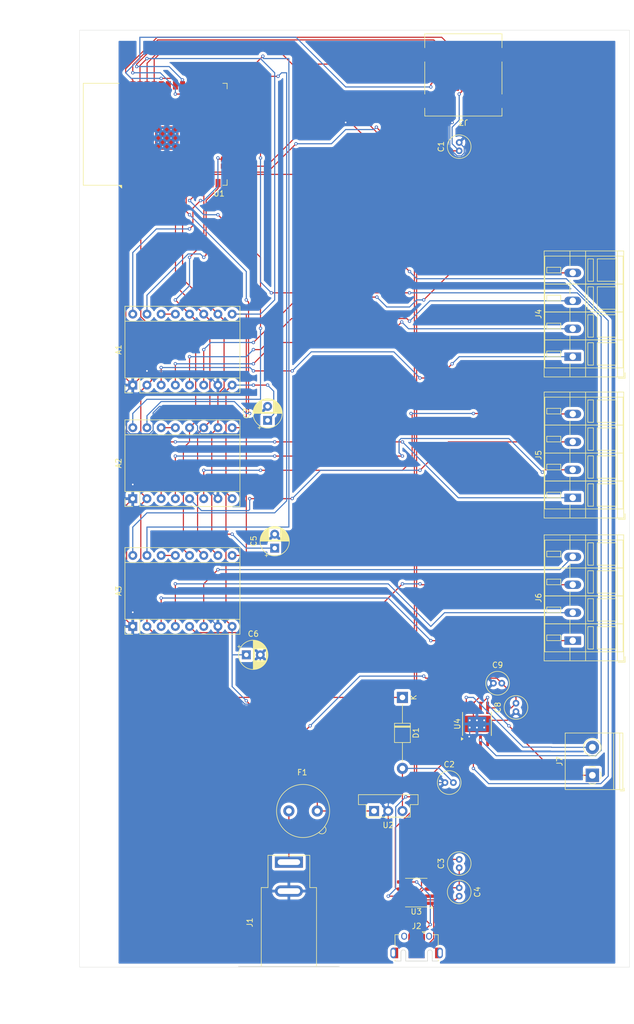
<source format=kicad_pcb>
(kicad_pcb (version 20240108) (generator "pcbnew") (generator_version "8.0")
  (title_block (rev "1"))
  (layers (0 "F.Cu" signal) (31 "B.Cu" signal) (34 "B.Paste" user) (35 "F.Paste" user) (36 "B.SilkS" user "B.Silkscreen") (37 "F.SilkS" user "F.Silkscreen") (38 "B.Mask" user) (39 "F.Mask" user) (44 "Edge.Cuts" user))
  (net 0 "")
  (net 1 "Net-(A1-2A)")
  (net 2 "Net-(A1-~{RESET})")
  (net 3 "MS1")
  (net 4 "+12V")
  (net 5 "Net-(A1-1A)")
  (net 6 "GND")
  (net 7 "Net-(A1-1B)")
  (net 8 "MOTOR_EN")
  (net 9 "+3.3V")
  (net 10 "DIRX")
  (net 11 "MS2")
  (net 12 "MS3")
  (net 13 "STEPX")
  (net 14 "Net-(A1-2B)")
  (net 15 "Net-(A2-2B)")
  (net 16 "Net-(A2-1B)")
  (net 17 "DIRY")
  (net 18 "Net-(A2-1A)")
  (net 19 "Net-(A2-~{RESET})")
  (net 20 "STEPY")
  (net 21 "Net-(A2-2A)")
  (net 22 "Net-(A3-1A)")
  (net 23 "Net-(A3-2A)")
  (net 24 "DIRZ")
  (net 25 "STEPZ")
  (net 26 "Net-(A3-~{RESET})")
  (net 27 "Net-(A3-2B)")
  (net 28 "Net-(A3-1B)")
  (net 29 "Net-(D1-A)")
  (net 30 "Net-(J2-GND)")
  (net 31 "Net-(U3-V3)")
  (net 32 "Net-(J2-VBUS)")
  (net 33 "Net-(F1-Pad1)")
  (net 36 "Net-(J2-D+)")
  (net 41 "Net-(J2-D-)")
  (net 45 "CS_SD")
  (net 49 "MISO")
  (net 50 "MOSI")
  (net 51 "SCK")
  (net 54 "Net-(J7-Pin_2)")
  (net 55 "Net-(J7-Pin_1)")
  (net 56 "TX")
  (net 60 "SPINDLE1")
  (net 65 "RX")
  (net 66 "SPINDLE2")
  (footprint "Capacitor_THT:C_Radial_D4.0mm_H5.0mm_P1.50mm" (layer "F.Cu") (at 115.34 135.255)
    (property "Reference" "C9")
    (property "Value" "3uF")
  )
  (footprint "Connector_USB:USB_Micro-AB_Molex_47590-0001" (layer "F.Cu") (at 101.6 183.515)
    (property "Reference" "J2")
    (property "Value" "USB_B_Micro")
    (fp_line (start -3.75 1.45) (end -2.8 1.45) (stroke (width 0.1)) (layer "Edge.Cuts"))
    (fp_line (start -2.8 -0.125) (end -2.8 1.45) (stroke (width 0.1)) (layer "Edge.Cuts"))
    (fp_line (start -1.95 -0.125) (end -1.95 1.45) (stroke (width 0.1)) (layer "Edge.Cuts"))
    (fp_line (start -1.95 1.45) (end 1.95 1.45) (stroke (width 0.1)) (layer "Edge.Cuts"))
    (fp_line (start 1.95 -0.125) (end 1.95 1.45) (stroke (width 0.1)) (layer "Edge.Cuts"))
    (fp_line (start 2.8 -0.125) (end 2.8 1.45) (stroke (width 0.1)) (layer "Edge.Cuts"))
    (fp_line (start 2.8 1.45) (end 3.75 1.45) (stroke (width 0.1)) (layer "Edge.Cuts"))
    (fp_arc (start -2.8 -0.125) (mid -2.375 -0.55) (end -1.95 -0.125) (stroke (width 0.1)) (layer "Edge.Cuts"))
    (fp_arc (start 1.95 -0.125) (mid 2.375 -0.55) (end 2.8 -0.125) (stroke (width 0.1)) (layer "Edge.Cuts"))
  )
  (footprint "Module:Pololu_Breakout-16_15.2x20.3mm" (layer "F.Cu") (at 50.8 102.235 90)
    (property "Reference" "A2")
    (property "Value" "Pololu_Breakout_A4988")
  )
  (footprint "Converter_DCDC:Converter_DCDC_Murata_OKI-78SR_Vertical" (layer "F.Cu") (at 93.98 158.115)
    (property "Reference" "U2")
    (property "Value" "OKI-78SR-3.3_1.5-W36-C")
  )
  (footprint "Capacitor_THT:CP_Radial_D5.0mm_P2.50mm" (layer "F.Cu") (at 74.93 88.225 90)
    (property "Reference" "C7")
    (property "Value" "100uF")
  )
  (footprint "Capacitor_THT:C_Radial_D4.0mm_H5.0mm_P1.50mm" (layer "F.Cu") (at 119.38 140.335 90)
    (property "Reference" "C8")
    (property "Value" "0.1uF")
  )
  (footprint "Capacitor_THT:C_Radial_D4.0mm_H5.0mm_P1.50mm" (layer "F.Cu") (at 109.22 40.005 90)
    (property "Reference" "C1")
    (property "Value" "0.1uF")
  )
  (footprint "TerminalBlock_Philmore:TerminalBlock_Philmore_TB132_1x02_P5.00mm_Horizontal" (layer "F.Cu") (at 133.05 151.725 90)
    (property "Reference" "J7")
    (property "Value" "Screw_Terminal_01x02")
  )
  (footprint "Capacitor_THT:C_Radial_D4.0mm_H5.0mm_P1.50mm" (layer "F.Cu") (at 106.68 153.035)
    (property "Reference" "C2")
    (property "Value" "0.1uF")
  )
  (footprint "TerminalBlock_WAGO:TerminalBlock_WAGO_236-104_1x04_P5.00mm_45Degree" (layer "F.Cu") (at 129.54 76.835 90)
    (property "Reference" "J4")
    (property "Value" "Screw_Terminal_01x04")
  )
  (footprint "Capacitor_THT:CP_Radial_D5.0mm_P2.50mm" (layer "F.Cu") (at 76.2 111.085 90)
    (property "Reference" "C5")
    (property "Value" "100uF")
  )
  (footprint "TerminalBlock_WAGO:TerminalBlock_WAGO_236-104_1x04_P5.00mm_45Degree" (layer "F.Cu") (at 129.54 127.635 90)
    (property "Reference" "J6")
    (property "Value" "Screw_Terminal_01x04")
  )
  (footprint "Module:Pololu_Breakout-16_15.2x20.3mm" (layer "F.Cu") (at 50.8 81.915 90)
    (property "Reference" "A1")
    (property "Value" "Pololu_Breakout_A4988")
  )
  (footprint "TerminalBlock_WAGO:TerminalBlock_WAGO_236-104_1x04_P5.00mm_45Degree" (layer "F.Cu") (at 129.54 102.075 90)
    (property "Reference" "J5")
    (property "Value" "Screw_Terminal_01x04")
  )
  (footprint "Capacitor_THT:C_Radial_D4.0mm_H5.0mm_P1.50mm" (layer "F.Cu") (at 109.22 171.855 -90)
    (property "Reference" "C4")
    (property "Value" "0.1uF")
  )
  (footprint "Capacitor_THT:C_Radial_D4.0mm_H5.0mm_P1.50mm" (layer "F.Cu") (at 109.22 168.275 90)
    (property "Reference" "C3")
    (property "Value" "0.1uF")
  )
  (footprint "Package_SO:Texas_HTSOP-8-1EP_3.9x4.9mm_P1.27mm_EP2.95x4.9mm_Mask2.4x3.1mm_ThermalVias" (layer "F.Cu") (at 112.395 142.54 90)
    (property "Reference" "U4")
    (property "Value" "DRV8871DDA")
  )
  (footprint "Diode_THT:D_T-1_P12.70mm_Horizontal" (layer "F.Cu") (at 99.06 137.795 -90)
    (property "Reference" "D1")
    (property "Value" "D")
  )
  (footprint "Connector_BarrelJack:BarrelJack_SwitchcraftConxall_RAPC10U_Horizontal" (layer "F.Cu") (at 78.74 167.265 90)
    (property "Reference" "J1")
    (property "Value" "Barrel_Jack")
    (fp_line (start -18.67 -9) (end -18.67 9) (stroke (width 0.12)) (layer "Edge.Cuts"))
  )
  (footprint "Fuse:Fuseholder_TR5_Littelfuse_No560_No460" (layer "F.Cu") (at 78.74 158.105)
    (property "Reference" "F1")
    (property "Value" "Fuse")
  )
  (footprint "Connector_Card:microSD_HC_Molex_47219-2001" (layer "F.Cu") (at 109.965 26.415 180)
    (property "Reference" "J3")
    (property "Value" "Micro_SD_Card_Det1")
  )
  (footprint "RF_Module:ESP32-WROOM-32" (layer "F.Cu") (at 57.805 37.04 90)
    (property "Reference" "U1")
    (property "Value" "ESP32-WROOM-32")
  )
  (footprint "Package_SO:SOIC-8_3.9x4.9mm_P1.27mm" (layer "F.Cu") (at 101.535 172.72 180)
    (property "Reference" "U3")
    (property "Value" "CH330N")
  )
  (footprint "Capacitor_THT:CP_Radial_D5.0mm_P2.50mm" (layer "F.Cu") (at 71.12 130.175)
    (property "Reference" "C6")
    (property "Value" "100uF")
  )
  (footprint "Module:Pololu_Breakout-16_15.2x20.3mm" (layer "F.Cu") (at 50.8 125.095 90)
    (property "Reference" "A3")
    (property "Value" "Pololu_Breakout_A4988")
  )
  (gr_rect (start 41.275 18.415) (end 139.7 186.055) (stroke (width 0.05)) (fill none) (layer "Edge.Cuts"))
  (segment (start 73.66 75.565) (end 79.209265 70.015735) (width 0.2) (layer "F.Cu") (net 1))
  (segment (start 99.860735 70.015735) (end 100.33 70.485) (width 0.2) (layer "F.Cu") (net 1))
  (segment (start 60.96 81.915) (end 60.96 76.835) (width 0.2) (layer "F.Cu") (net 1))
  (segment (start 72.39 75.565) (end 73.66 75.565) (width 0.2) (layer "F.Cu") (net 1))
  (segment (start 79.209265 70.015735) (end 99.860735 70.015735) (width 0.2) (layer "F.Cu") (net 1))
  (via (at 72.39 75.565) (size 0.6) (drill 0.3) (layers "F.Cu" "B.Cu") (net 1))
  (via (at 100.33 70.485) (size 0.6) (drill 0.3) (layers "F.Cu" "B.Cu") (net 1))
  (via (at 60.96 76.835) (size 0.6) (drill 0.3) (layers "F.Cu" "B.Cu") (net 1))
  (segment (start 103.98 66.835) (end 129.54 66.835) (width 0.2) (layer "B.Cu") (net 1))
  (segment (start 71.12 76.835) (end 72.39 75.565) (width 0.2) (layer "B.Cu") (net 1))
  (segment (start 60.96 76.835) (end 71.12 76.835) (width 0.2) (layer "B.Cu") (net 1))
  (segment (start 100.33 70.485) (end 103.98 66.835) (width 0.2) (layer "B.Cu") (net 1))
  (segment (start 55.88 69.215) (end 58.42 69.215) (width 0.2) (layer "F.Cu") (net 2))
  (segment (start 67.14 70.315) (end 67.14 82.370635) (width 0.2) (layer "F.Cu") (net 3))
  (segment (start 64.94 111.295) (end 66.04 112.395) (width 0.2) (layer "F.Cu") (net 3))
  (segment (start 67.14 82.370635) (end 66.04 83.470635) (width 0.2) (layer "F.Cu") (net 3))
  (segment (start 66.04 89.535) (end 64.94 90.635) (width 0.2) (layer "F.Cu") (net 3))
  (segment (start 59.715 45.79) (end 59.715 62.89) (width 0.2) (layer "F.Cu") (net 3))
  (segment (start 59.715 62.89) (end 66.04 69.215) (width 0.2) (layer "F.Cu") (net 3))
  (segment (start 64.94 90.635) (end 64.94 111.295) (width 0.2) (layer "F.Cu") (net 3))
  (segment (start 66.04 83.470635) (end 66.04 89.535) (width 0.2) (layer "F.Cu") (net 3))
  (segment (start 66.04 69.215) (end 67.14 70.315) (width 0.2) (layer "F.Cu") (net 3))
  (segment (start 79.71 145.715) (end 78.44 145.715) (width 0.2) (layer "F.Cu") (net 4))
  (segment (start 82.55 142.875) (end 79.71 145.715) (width 0.2) (layer "F.Cu") (net 4))
  (segment (start 114.3 139.665) (end 118.55 139.665) (width 0.2) (layer "F.Cu") (net 4))
  (segment (start 116.84 135.255) (end 115.94 134.355) (width 0.2) (layer "F.Cu") (net 4))
  (segment (start 78.44 145.715) (end 71.12 138.395) (width 0.2) (layer "F.Cu") (net 4))
  (segment (start 68.58 81.915) (end 67.48 83.015) (width 0.2) (layer "F.Cu") (net 4))
  (segment (start 67.48 83.015) (end 67.48 101.135) (width 0.2) (layer "F.Cu") (net 4))
  (segment (start 67.48 101.135) (end 67.48 108.585) (width 0.2) (layer "F.Cu") (net 4))
  (segment (start 115.94 134.355) (end 103.24 134.355) (width 0.2) (layer "F.Cu") (net 4))
  (segment (start 67.48 101.135) (end 68.58 102.235) (width 0.2) (layer "F.Cu") (net 4))
  (segment (start 118.55 139.665) (end 119.38 138.835) (width 0.2) (layer "F.Cu") (net 4))
  (segment (start 93.98 158.115) (end 83.82 158.115) (width 0.2) (layer "F.Cu") (net 4))
  (segment (start 116.84 135.255) (end 119.38 137.795) (width 0.2) (layer "F.Cu") (net 4))
  (segment (start 119.38 137.795) (end 119.38 138.835) (width 0.2) (layer "F.Cu") (net 4))
  (segment (start 83.82 158.115) (end 83.82 151.095) (width 0.2) (layer "F.Cu") (net 4))
  (segment (start 83.82 151.095) (end 78.44 145.715) (width 0.2) (layer "F.Cu") (net 4))
  (segment (start 67.48 123.995) (end 68.58 125.095) (width 0.2) (layer "F.Cu") (net 4))
  (segment (start 67.48 108.585) (end 68.58 108.585) (width 0.2) (layer "F.Cu") (net 4))
  (segment (start 74.93 81.915) (end 72.39 81.915) (width 0.2) (layer "F.Cu") (net 4))
  (segment (start 103.24 134.355) (end 102.87 133.985) (width 0.2) (layer "F.Cu") (net 4))
  (segment (start 67.48 108.585) (end 67.48 123.995) (width 0.2) (layer "F.Cu") (net 4))
  (via (at 102.87 133.985) (size 0.6) (drill 0.3) (layers "F.Cu" "B.Cu") (net 4))
  (via (at 68.58 108.585) (size 0.6) (drill 0.3) (layers "F.Cu" "B.Cu") (net 4))
  (via (at 82.55 142.875) (size 0.6) (drill 0.3) (layers "F.Cu" "B.Cu") (net 4))
  (via (at 74.93 81.915) (size 0.6) (drill 0.3) (layers "F.Cu" "B.Cu") (net 4))
  (via (at 72.39 81.915) (size 0.6) (drill 0.3) (layers "F.Cu" "B.Cu") (net 4))
  (via (at 71.12 138.395) (size 0.6) (drill 0.3) (layers "F.Cu" "B.Cu") (net 4))
  (segment (start 68.58 130.175) (end 68.58 125.095) (width 0.2) (layer "B.Cu") (net 4))
  (segment (start 71.12 138.395) (end 68.58 135.855) (width 0.2) (layer "B.Cu") (net 4))
  (segment (start 91.44 133.985) (end 82.55 142.875) (width 0.2) (layer "B.Cu") (net 4))
  (segment (start 76.03 87.125) (end 76.03 83.015) (width 0.2) (layer "B.Cu") (net 4))
  (segment (start 68.58 135.855) (end 68.58 130.175) (width 0.2) (layer "B.Cu") (net 4))
  (segment (start 72.39 81.915) (end 68.58 81.915) (width 0.2) (layer "B.Cu") (net 4))
  (segment (start 71.08 111.085) (end 68.58 108.585) (width 0.2) (layer "B.Cu") (net 4))
  (segment (start 102.87 133.985) (end 91.44 133.985) (width 0.2) (layer "B.Cu") (net 4))
  (segment (start 74.93 88.225) (end 76.03 87.125) (width 0.2) (layer "B.Cu") (net 4))
  (segment (start 76.03 83.015) (end 74.93 81.915) (width 0.2) (layer "B.Cu") (net 4))
  (segment (start 76.2 111.085) (end 71.08 111.085) (width 0.2) (layer "B.Cu") (net 4))
  (segment (start 68.58 130.175) (end 71.12 130.175) (width 0.2) (layer "B.Cu") (net 4))
  (segment (start 95.25 74.295) (end 76.2 74.295) (width 0.2) (layer "F.Cu") (net 5))
  (segment (start 98.929265 70.615735) (end 95.25 74.295) (width 0.2) (layer "F.Cu") (net 5))
  (segment (start 76.2 74.295) (end 72.39 78.105) (width 0.2) (layer "F.Cu") (net 5))
  (segment (start 58.42 78.105) (end 58.42 81.915) (width 0.2) (layer "F.Cu") (net 5))
  (via (at 98.929265 70.615735) (size 0.6) (drill 0.3) (layers "F.Cu" "B.Cu") (net 5))
  (via (at 58.42 78.105) (size 0.6) (drill 0.3) (layers "F.Cu" "B.Cu") (net 5))
  (via (at 72.39 78.105) (size 0.6) (drill 0.3) (layers "F.Cu" "B.Cu") (net 5))
  (segment (start 129.54 71.835) (end 100.14853 71.835) (width 0.2) (layer "B.Cu") (net 5))
  (segment (start 72.39 78.105) (end 58.42 78.105) (width 0.2) (layer "B.Cu") (net 5))
  (segment (start 100.14853 71.835) (end 98.929265 70.615735) (width 0.2) (layer "B.Cu") (net 5))
  (segment (start 109.855 146.05) (end 111.009998 144.895002) (width 0.2) (layer "F.Cu") (net 6))
  (segment (start 74.725 42.75) (end 80.01 37.465) (width 0.2) (layer "F.Cu") (net 6))
  (segment (start 67.315 42.75) (end 74.725 42.75) (width 0.2) (layer "F.Cu") (net 6))
  (segment (start 49.555 80.67) (end 50.8 81.915) (width 0.2) (layer "F.Cu") (net 6))
  (segment (start 78.74 172.445) (end 89.81 172.445) (width 0.2) (layer "F.Cu") (net 6))
  (segment (start 86.36 37.465) (end 88.9 34.925) (width 0.2) (layer "F.Cu") (net 6))
  (segment (start 111.76 139.665) (end 111.76 141.255) (width 0.2) (layer "F.Cu") (net 6))
  (segment (start 49.7 123.995) (end 49.7 103.335) (width 0.2) (layer "F.Cu") (net 6))
  (segment (start 49.7 123.995) (end 49.7 123.655) (width 0.2) (layer "F.Cu") (net 6))
  (segment (start 80.01 37.465) (end 86.36 37.465) (width 0.2) (layer "F.Cu") (net 6))
  (segment (start 107.67 34.645) (end 107.95 34.925) (width 0.2) (layer "F.Cu") (net 6))
  (segment (start 104.14 153.035) (end 106.68 153.035) (width 0.2) (layer "F.Cu") (net 6))
  (segment (start 107.67 28.515) (end 107.67 34.645) (width 0.2) (layer "F.Cu") (net 6))
  (segment (start 49.7 123.655) (end 50.8 122.555) (width 0.2) (layer "F.Cu") (net 6))
  (segment (start 50.8 81.915) (end 53.34 79.375) (width 0.2) (layer "F.Cu") (net 6))
  (segment (start 50.8 99.695) (end 49.7 98.595) (width 0.2) (layer "F.Cu") (net 6))
  (segment (start 49.555 45.79) (end 49.555 80.67) (width 0.2) (layer "F.Cu") (net 6))
  (segment (start 49.7 83.015) (end 50.8 81.915) (width 0.2) (layer "F.Cu") (net 6))
  (segment (start 115.34 135.255) (end 111.76 138.835) (width 0.2) (layer "F.Cu") (net 6))
  (segment (start 96.52 165.735) (end 96.52 158.115) (width 0.2) (layer "F.Cu") (net 6))
  (segment (start 49.7 98.595) (end 49.7 83.015) (width 0.2) (layer "F.Cu") (net 6))
  (segment (start 117.825 141.89) (end 113.695 141.89) (width 0.2) (layer "F.Cu") (net 6))
  (segment (start 111.76 138.835) (end 111.76 139.665) (width 0.2) (layer "F.Cu") (net 6))
  (segment (start 119.38 140.335) (end 117.825 141.89) (width 0.2) (layer "F.Cu") (net 6))
  (segment (start 89.81 172.445) (end 96.52 165.735) (width 0.2) (layer "F.Cu") (net 6))
  (segment (start 50.8 125.095) (end 49.7 123.995) (width 0.2) (layer "F.Cu") (net 6))
  (segment (start 49.7 103.335) (end 50.8 102.235) (width 0.2) (layer "F.Cu") (net 6))
  (segment (start 104.14 153.035) (end 104.14 151.765) (width 0.2) (layer "F.Cu") (net 6))
  (segment (start 111.009998 144.895002) (end 111.009998 144.81) (width 0.2) (layer "F.Cu") (net 6))
  (segment (start 111.76 141.255) (end 112.395 141.89) (width 0.2) (layer "F.Cu") (net 6))
  (segment (start 110.49 145.415) (end 109.855 146.05) (width 0.2) (layer "F.Cu") (net 6))
  (segment (start 109.855 146.05) (end 104.14 151.765) (width 0.2) (layer "F.Cu") (net 6))
  (segment (start 50.8 102.235) (end 50.8 99.695) (width 0.2) (layer "F.Cu") (net 6))
  (via (at 53.34 79.375) (size 0.6) (drill 0.3) (layers "F.Cu" "B.Cu") (net 6))
  (via (at 111.009998 144.81) (size 0.6) (drill 0.3) (layers "F.Cu" "B.Cu") (net 6))
  (via (at 50.8 122.555) (size 0.6) (drill 0.3) (layers "F.Cu" "B.Cu") (net 6))
  (via (at 50.8 99.695) (size 0.6) (drill 0.3) (layers "F.Cu" "B.Cu") (net 6))
  (via (at 88.9 34.925) (size 0.6) (drill 0.3) (layers "F.Cu" "B.Cu") (net 6))
  (via (at 107.95 34.925) (size 0.6) (drill 0.3) (layers "F.Cu" "B.Cu") (net 6))
  (segment (start 49.7 83.015) (end 50.8 81.915) (width 0.2) (layer "B.Cu") (net 6))
  (segment (start 49.7 89.990635) (end 49.7 83.015) (width 0.2) (layer "B.Cu") (net 6))
  (segment (start 63.5 99.695) (end 66.04 102.235) (width 0.2) (layer "B.Cu") (net 6))
  (segment (start 50.8 122.555) (end 63.5 122.555) (width 0.2) (layer "B.Cu") (net 6))
  (segment (start 110.12 39.405) (end 110.12 40.377793) (width 0.2) (layer "B.Cu") (net 6))
  (segment (start 63.044365 90.635) (end 62.4 89.990635) (width 0.2) (layer "B.Cu") (net 6))
  (segment (start 63.5 79.375) (end 66.04 81.915) (width 0.2) (layer "B.Cu") (net 6))
  (segment (start 53.34 79.375) (end 63.5 79.375) (width 0.2) (layer "B.Cu") (net 6))
  (segment (start 109.22 38.505) (end 110.12 39.405) (width 0.2) (layer "B.Cu") (net 6))
  (segment (start 54.44 86.860686) (end 54.44 89.990635) (width 0.2) (layer "B.Cu") (net 6))
  (segment (start 70.871471 138.995) (end 66.04 134.163529) (width 0.2) (layer "B.Cu") (net 6))
  (segment (start 109.592793 40.905) (end 108.847207 40.905) (width 0.2) (layer "B.Cu") (net 6))
  (segment (start 77.4 138.995) (end 73.66 138.995) (width 0.2) (layer "B.Cu") (net 6))
  (segment (start 59.22 114.135) (end 50.8 122.555) (width 0.2) (layer "B.Cu") (net 6))
  (segment (start 73.62 138.955) (end 73.66 138.995) (width 0.2) (layer "B.Cu") (net 6))
  (segment (start 58.89 85.725) (end 55.575686 85.725) (width 0.2) (layer "B.Cu") (net 6))
  (segment (start 54.44 89.990635) (end 53.795635 90.635) (width 0.2) (layer "B.Cu") (net 6))
  (segment (start 73.62 130.175) (end 73.62 138.955) (width 0.2) (layer "B.Cu") (net 6))
  (segment (start 76.2 108.585) (end 77.47 109.855) (width 0.2) (layer "B.Cu") (net 6))
  (segment (start 55.575686 85.725) (end 54.44 86.860686) (width 0.2) (layer "B.Cu") (net 6))
  (segment (start 53.795635 90.635) (end 50.344365 90.635) (width 0.2) (layer "B.Cu") (net 6))
  (segment (start 110.12 40.377793) (end 109.592793 40.905) (width 0.2) (layer "B.Cu") (net 6))
  (segment (start 77.47 114.135) (end 59.22 114.135) (width 0.2) (layer "B.Cu") (net 6))
  (segment (start 74.93 85.725) (end 70.02 90.635) (width 0.2) (layer "B.Cu") (net 6))
  (segment (start 50.344365 90.635) (end 49.7 89.990635) (width 0.2) (layer "B.Cu") (net 6))
  (segment (start 107.55 35.325) (end 107.95 34.925) (width 0.2) (layer "B.Cu") (net 6))
  (segment (start 96.52 158.115) (end 77.4 138.995) (width 0.2) (layer "B.Cu") (net 6))
  (segment (start 66.04 134.163529) (end 66.04 125.095) (width 0.2) (layer "B.Cu") (net 6))
  (segment (start 111.095 143.19) (end 111.095 144.81) (width 0.2) (layer "B.Cu") (net 6))
  (segment (start 100.327208 153.035) (end 106.68 153.035) (width 0.2) (layer "B.Cu") (net 6))
  (segment (start 62.4 89.235) (end 58.89 85.725) (width 0.2) (layer "B.Cu") (net 6))
  (segment (start 70.02 90.635) (end 63.044365 90.635) (width 0.2) (layer "B.Cu") (net 6))
  (segment (start 96.52 156.842208) (end 100.327208 153.035) (width 0.2) (layer "B.Cu") (net 6))
  (segment (start 96.52 158.115) (end 96.52 156.842208) (width 0.2) (layer "B.Cu") (net 6))
  (segment (start 73.66 138.995) (end 70.871471 138.995) (width 0.2) (layer "B.Cu") (net 6))
  (segment (start 50.8 99.695) (end 63.5 99.695) (width 0.2) (layer "B.Cu") (net 6))
  (segment (start 108.847207 40.905) (end 107.55 39.607793) (width 0.2) (layer "B.Cu") (net 6))
  (segment (start 63.5 122.555) (end 66.04 125.095) (width 0.2) (layer "B.Cu") (net 6))
  (segment (start 77.47 109.855) (end 77.47 114.135) (width 0.2) (layer "B.Cu") (net 6))
  (segment (start 88.9 34.925) (end 107.95 34.925) (width 0.2) (layer "B.Cu") (net 6))
  (segment (start 107.55 39.607793) (end 107.55 35.325) (width 0.2) (layer "B.Cu") (net 6))
  (segment (start 62.4 89.990635) (end 62.4 89.235) (width 0.2) (layer "B.Cu") (net 6))
  (segment (start 105.41 80.645) (end 102.2 80.645) (width 0.2) (layer "F.Cu") (net 7))
  (segment (start 107.95 78.105) (end 105.41 80.645) (width 0.2) (layer "F.Cu") (net 7))
  (segment (start 55.88 78.775) (end 55.88 81.915) (width 0.2) (layer "F.Cu") (net 7))
  (segment (start 79.34 79.375) (end 72.39 79.375) (width 0.2) (layer "F.Cu") (net 7))
  (via (at 79.34 79.375) (size 0.6) (drill 0.3) (layers "F.Cu" "B.Cu") (net 7))
  (via (at 102.2 80.645) (size 0.6) (drill 0.3) (layers "F.Cu" "B.Cu") (net 7))
  (via (at 72.39 79.375) (size 0.6) (drill 0.3) (layers "F.Cu" "B.Cu") (net 7))
  (via (at 107.95 78.105) (size 0.6) (drill 0.3) (layers "F.Cu" "B.Cu") (net 7))
  (via (at 55.88 78.775) (size 0.6) (drill 0.3) (layers "F.Cu" "B.Cu") (net 7))
  (segment (start 97.52 75.965) (end 82.75 75.965) (width 0.2) (layer "B.Cu") (net 7))
  (segment (start 82.75 75.965) (end 79.34 79.375) (width 0.2) (layer "B.Cu") (net 7))
  (segment (start 71.79 78.775) (end 55.88 78.775) (width 0.2) (layer "B.Cu") (net 7))
  (segment (start 129.54 76.835) (end 109.22 76.835) (width 0.2) (layer "B.Cu") (net 7))
  (segment (start 109.22 76.835) (end 107.95 78.105) (width 0.2) (layer "B.Cu") (net 7))
  (segment (start 72.39 79.375) (end 71.79 78.775) (width 0.2) (layer "B.Cu") (net 7))
  (segment (start 102.2 80.645) (end 97.52 75.965) (width 0.2) (layer "B.Cu") (net 7))
  (segment (start 71.12 69.215) (end 71.12 89.535) (width 0.2) (layer "F.Cu") (net 8))
  (segment (start 71.12 112.395) (end 68.58 112.395) (width 0.2) (layer "F.Cu") (net 8))
  (segment (start 68.58 69.215) (end 71.12 69.215) (width 0.2) (layer "F.Cu") (net 8))
  (segment (start 52.095 28.29) (end 52.095 24.74) (width 0.2) (layer "F.Cu") (net 8))
  (segment (start 71.12 89.535) (end 71.12 112.395) (width 0.2) (layer "F.Cu") (net 8))
  (segment (start 52.095 24.74) (end 53.34 23.495) (width 0.2) (layer "F.Cu") (net 8))
  (segment (start 71.12 89.535) (end 68.58 89.535) (width 0.2) (layer "F.Cu") (net 8))
  (via (at 53.34 23.495) (size 0.6) (drill 0.3) (layers "F.Cu" "B.Cu") (net 8))
  (segment (start 73.66 69.215) (end 76.2 66.675) (width 0.2) (layer "B.Cu") (net 8))
  (segment (start 68.58 69.215) (end 73.66 69.215) (width 0.2) (layer "B.Cu") (net 8))
  (segment (start 76.2 66.675) (end 76.2 26.035) (width 0.2) (layer "B.Cu") (net 8))
  (segment (start 76.2 26.035) (end 73.66 23.495) (width 0.2) (layer "B.Cu") (net 8))
  (segment (start 73.66 23.495) (end 53.34 23.495) (width 0.2) (layer "B.Cu") (net 8))
  (segment (start 109.87 29.195) (end 109.22 29.845) (width 0.2) (layer "F.Cu") (net 9))
  (segment (start 53.34 122.555) (end 52.24 121.455) (width 0.2) (layer "F.Cu") (net 9))
  (segment (start 53.34 102.235) (end 52.24 101.135) (width 0.2) (layer "F.Cu") (net 9))
  (segment (start 52.24 121.455) (end 52.24 103.335) (width 0.2) (layer "F.Cu") (net 9))
  (segment (start 52.24 47.205) (end 50.825 45.79) (width 0.2) (layer "F.Cu") (net 9))
  (segment (start 52.24 69.670635) (end 52.24 47.205) (width 0.2) (layer "F.Cu") (net 9))
  (segment (start 109.87 28.515) (end 109.87 29.195) (width 0.2) (layer "F.Cu") (net 9))
  (segment (start 53.34 81.915) (end 54.139999 81.115001) (width 0.2) (layer "F.Cu") (net 9))
  (segment (start 80.01 38.735) (end 74.93 43.815) (width 0.2) (layer "F.Cu") (net 9))
  (segment (start 52.07 45.765) (end 52.095 45.79) (width 0.2) (layer "F.Cu") (net 9))
  (segment (start 54.139999 81.115001) (end 54.139999 71.570634) (width 0.2) (layer "F.Cu") (net 9))
  (segment (start 109.22 40.005) (end 98.63853 40.005) (width 0.2) (layer "F.Cu") (net 9))
  (segment (start 52.24 101.135) (end 52.24 83.015) (width 0.2) (layer "F.Cu") (net 9))
  (segment (start 66.04 137.795) (end 53.34 125.095) (width 0.2) (layer "F.Cu") (net 9))
  (segment (start 99.06 137.795) (end 66.04 137.795) (width 0.2) (layer "F.Cu") (net 9))
  (segment (start 52.07 43.815) (end 52.07 45.765) (width 0.2) (layer "F.Cu") (net 9))
  (segment (start 54.139999 71.570634) (end 52.24 69.670635) (width 0.2) (layer "F.Cu") (net 9))
  (segment (start 52.24 103.335) (end 53.34 102.235) (width 0.2) (layer "F.Cu") (net 9))
  (segment (start 52.24 83.015) (end 53.34 81.915) (width 0.2) (layer "F.Cu") (net 9))
  (segment (start 74.93 43.815) (end 52.07 43.815) (width 0.2) (layer "F.Cu") (net 9))
  (segment (start 53.34 125.095) (end 53.34 122.555) (width 0.2) (layer "F.Cu") (net 9))
  (segment (start 98.63853 40.005) (end 94.404265 35.770735) (width 0.2) (layer "F.Cu") (net 9))
  (via (at 80.01 38.735) (size 0.6) (drill 0.3) (layers "F.Cu" "B.Cu") (net 9))
  (via (at 94.404265 35.770735) (size 0.6) (drill 0.3) (layers "F.Cu" "B.Cu") (net 9))
  (via (at 109.22 29.845) (size 0.6) (drill 0.3) (layers "F.Cu" "B.Cu") (net 9))
  (segment (start 109.22 29.845) (end 109.22 34.503529) (width 0.2) (layer "B.Cu") (net 9))
  (segment (start 94.404265 35.770735) (end 93.98 36.195) (width 0.2) (layer "B.Cu") (net 9))
  (segment (start 86.36 38.735) (end 80.01 38.735) (width 0.2) (layer "B.Cu") (net 9))
  (segment (start 107.95 35.773529) (end 107.95 38.735) (width 0.2) (layer "B.Cu") (net 9))
  (segment (start 88.9 36.195) (end 86.36 38.735) (width 0.2) (layer "B.Cu") (net 9))
  (segment (start 107.95 38.735) (end 109.22 40.005) (width 0.2) (layer "B.Cu") (net 9))
  (segment (start 109.22 34.503529) (end 107.95 35.773529) (width 0.2) (layer "B.Cu") (net 9))
  (segment (start 93.98 36.195) (end 88.9 36.195) (width 0.2) (layer "B.Cu") (net 9))
  (segment (start 61.56 53.375) (end 61.56 50.26) (width 0.2) (layer "F.Cu") (net 10))
  (segment (start 60.96 53.975) (end 61.56 53.375) (width 0.2) (layer "F.Cu") (net 10))
  (segment (start 61.56 50.26) (end 62.925 48.895) (width 0.2) (layer "F.Cu") (net 10))
  (segment (start 67.315 41.48) (end 66.245 41.48) (width 0.2) (layer "F.Cu") (net 10))
  (segment (start 66.245 41.48) (end 66.04 41.275) (width 0.2) (layer "F.Cu") (net 10))
  (via (at 66.04 41.275) (size 0.6) (drill 0.3) (layers "F.Cu" "B.Cu") (net 10))
  (via (at 62.925 48.895) (size 0.6) (drill 0.3) (layers "F.Cu" "B.Cu") (net 10))
  (via (at 60.96 53.975) (size 0.6) (drill 0.3) (layers "F.Cu" "B.Cu") (net 10))
  (segment (start 66.04 46.355) (end 66.04 41.275) (width 0.2) (layer "B.Cu") (net 10))
  (segment (start 55.031471 53.975) (end 60.96 53.975) (width 0.2) (layer "B.Cu") (net 10))
  (segment (start 63.5 48.895) (end 66.04 46.355) (width 0.2) (layer "B.Cu") (net 10))
  (segment (start 62.925 48.895) (end 63.5 48.895) (width 0.2) (layer "B.Cu") (net 10))
  (segment (start 50.8 58.206471) (end 55.031471 53.975) (width 0.2) (layer "B.Cu") (net 10))
  (segment (start 50.8 69.215) (end 50.8 58.206471) (width 0.2) (layer "B.Cu") (net 10))
  (segment (start 64.6 88.435) (end 63.5 89.535) (width 0.2) (layer "F.Cu") (net 11))
  (segment (start 62.4 111.295) (end 63.5 112.395) (width 0.2) (layer "F.Cu") (net 11))
  (segment (start 58.445 64.16) (end 58.445 45.79) (width 0.2) (layer "F.Cu") (net 11))
  (segment (start 64.6 70.315) (end 64.6 88.435) (width 0.2) (layer "F.Cu") (net 11))
  (segment (start 63.5 69.215) (end 58.445 64.16) (width 0.2) (layer "F.Cu") (net 11))
  (segment (start 62.4 90.635) (end 62.4 111.295) (width 0.2) (layer "F.Cu") (net 11))
  (segment (start 63.5 69.215) (end 64.6 70.315) (width 0.2) (layer "F.Cu") (net 11))
  (segment (start 63.5 89.535) (end 62.4 90.635) (width 0.2) (layer "F.Cu") (net 11))
  (segment (start 60.96 69.215) (end 62.06 70.315) (width 0.2) (layer "F.Cu") (net 12))
  (segment (start 59.86 93.175) (end 59.86 111.295) (width 0.2) (layer "F.Cu") (net 12))
  (segment (start 60.96 59.055) (end 63.525 56.49) (width 0.2) (layer "F.Cu") (net 12))
  (segment (start 59.86 111.295) (end 60.96 112.395) (width 0.2) (layer "F.Cu") (net 12))
  (segment (start 60.96 69.215) (end 58.42 66.675) (width 0.2) (layer "F.Cu") (net 12))
  (segment (start 63.525 56.49) (end 63.525 45.79) (width 0.2) (layer "F.Cu") (net 12))
  (segment (start 62.06 70.315) (end 62.06 88.435) (width 0.2) (layer "F.Cu") (net 12))
  (segment (start 62.06 88.435) (end 60.96 89.535) (width 0.2) (layer "F.Cu") (net 12))
  (segment (start 60.96 92.075) (end 59.86 93.175) (width 0.2) (layer "F.Cu") (net 12))
  (segment (start 60.96 89.535) (end 60.96 92.075) (width 0.2) (layer "F.Cu") (net 12))
  (via (at 60.96 59.055) (size 0.6) (drill 0.3) (layers "F.Cu" "B.Cu") (net 12))
  (via (at 58.42 66.675) (size 0.6) (drill 0.3) (layers "F.Cu" "B.Cu") (net 12))
  (segment (start 58.42 66.675) (end 60.96 64.135) (width 0.2) (layer "B.Cu") (net 12))
  (segment (start 60.96 64.135) (end 60.96 59.055) (width 0.2) (layer "B.Cu") (net 12))
  (segment (start 63.925 58.63) (end 63.925 48.88) (width 0.2) (layer "F.Cu") (net 13))
  (segment (start 63.5 59.055) (end 63.925 58.63) (width 0.2) (layer "F.Cu") (net 13))
  (segment (start 66.065 46.74) (end 66.065 45.79) (width 0.2) (layer "F.Cu") (net 13))
  (segment (start 63.925 48.88) (end 66.065 46.74) (width 0.2) (layer "F.Cu") (net 13))
  (via (at 63.5 59.055) (size 0.6) (drill 0.3) (layers "F.Cu" "B.Cu") (net 13))
  (segment (start 53.34 69.215) (end 53.34 65.826471) (width 0.2) (layer "B.Cu") (net 13))
  (segment (start 53.34 65.826471) (end 60.711471 58.455) (width 0.2) (layer "B.Cu") (net 13))
  (segment (start 62.9 58.455) (end 63.5 59.055) (width 0.2) (layer "B.Cu") (net 13))
  (segment (start 60.711471 58.455) (end 62.9 58.455) (width 0.2) (layer "B.Cu") (net 13))
  (segment (start 63.5 75.565) (end 63.5 81.915) (width 0.2) (layer "F.Cu") (net 14))
  (segment (start 94.484265 66.170735) (end 80.514265 66.170735) (width 0.2) (layer "F.Cu") (net 14))
  (segment (start 129.54 61.835) (end 107.71 61.835) (width 0.2) (layer "F.Cu") (net 14))
  (segment (start 107.71 61.835) (end 102.87 66.675) (width 0.2) (layer "F.Cu") (net 14))
  (segment (start 80.514265 66.170735) (end 72.39 74.295) (width 0.2) (layer "F.Cu") (net 14))
  (via (at 63.5 75.565) (size 0.6) (drill 0.3) (layers "F.Cu" "B.Cu") (net 14))
  (via (at 72.39 74.295) (size 0.6) (drill 0.3) (layers "F.Cu" "B.Cu") (net 14))
  (via (at 102.87 66.675) (size 0.6) (drill 0.3) (layers "F.Cu" "B.Cu") (net 14))
  (via (at 94.484265 66.170735) (size 0.6) (drill 0.3) (layers "F.Cu" "B.Cu") (net 14))
  (segment (start 102.87 66.675) (end 101.6 66.675) (width 0.2) (layer "B.Cu") (net 14))
  (segment (start 64.77 74.295) (end 63.5 75.565) (width 0.2) (layer "B.Cu") (net 14))
  (segment (start 100.33 67.945) (end 96.25853 67.945) (width 0.2) (layer "B.Cu") (net 14))
  (segment (start 101.6 66.675) (end 100.33 67.945) (width 0.2) (layer "B.Cu") (net 14))
  (segment (start 72.39 74.295) (end 64.77 74.295) (width 0.2) (layer "B.Cu") (net 14))
  (segment (start 96.25853 67.945) (end 94.484265 66.170735) (width 0.2) (layer "B.Cu") (net 14))
  (segment (start 100.8 95.415) (end 100.8 87.195) (width 0.2) (layer "F.Cu") (net 15))
  (segment (start 73.66 97.155) (end 99.06 97.155) (width 0.2) (layer "F.Cu") (net 15))
  (segment (start 63.5 102.235) (end 63.5 97.155) (width 0.2) (layer "F.Cu") (net 15))
  (segment (start 100.8 87.195) (end 100.6 86.995) (width 0.2) (layer "F.Cu") (net 15))
  (segment (start 99.06 97.155) (end 100.8 95.415) (width 0.2) (layer "F.Cu") (net 15))
  (segment (start 114.38 87.075) (end 129.54 87.075) (width 0.2) (layer "F.Cu") (net 15))
  (segment (start 111.76 86.995) (end 114.3 86.995) (width 0.2) (layer "F.Cu") (net 15))
  (segment (start 114.3 86.995) (end 114.38 87.075) (width 0.2) (layer "F.Cu") (net 15))
  (via (at 111.76 86.995) (size 0.6) (drill 0.3) (layers "F.Cu" "B.Cu") (net 15))
  (via (at 100.6 86.995) (size 0.6) (drill 0.3) (layers "F.Cu" "B.Cu") (net 15))
  (via (at 63.5 97.155) (size 0.6) (drill 0.3) (layers "F.Cu" "B.Cu") (net 15))
  (via (at 73.66 97.155) (size 0.6) (drill 0.3) (layers "F.Cu" "B.Cu") (net 15))
  (segment (start 100.6 86.995) (end 111.76 86.995) (width 0.2) (layer "B.Cu") (net 15))
  (segment (start 63.5 97.155) (end 73.66 97.155) (width 0.2) (layer "B.Cu") (net 15))
  (segment (start 55.88 102.235) (end 55.88 92.075) (width 0.2) (layer "F.Cu") (net 16))
  (segment (start 76.2 92.075) (end 99.06 92.075) (width 0.2) (layer "F.Cu") (net 16))
  (segment (start 55.88 92.075) (end 58.42 92.075) (width 0.2) (layer "F.Cu") (net 16))
  (via (at 76.2 92.075) (size 0.6) (drill 0.3) (layers "F.Cu" "B.Cu") (net 16))
  (via (at 58.42 92.075) (size 0.6) (drill 0.3) (layers "F.Cu" "B.Cu") (net 16))
  (via (at 99.06 92.075) (size 0.6) (drill 0.3) (layers "F.Cu" "B.Cu") (net 16))
  (segment (start 58.42 92.075) (end 76.2 92.075) (width 0.2) (layer "B.Cu") (net 16))
  (segment (start 109.06 102.075) (end 129.54 102.075) (width 0.2) (layer "B.Cu") (net 16))
  (segment (start 99.06 92.075) (end 109.06 102.075) (width 0.2) (layer "B.Cu") (net 16))
  (segment (start 62.255 47.6) (end 62.255 45.79) (width 0.2) (layer "F.Cu") (net 17))
  (segment (start 73.66 71.755) (end 73.66 59.055) (width 0.2) (layer "F.Cu") (net 17))
  (segment (start 60.96 48.895) (end 62.255 47.6) (width 0.2) (layer "F.Cu") (net 17))
  (segment (start 73.66 59.055) (end 66.04 51.435) (width 0.2) (layer "F.Cu") (net 17))
  (via (at 73.66 71.755) (size 0.6) (drill 0.3) (layers "F.Cu" "B.Cu") (net 17))
  (via (at 66.04 51.435) (size 0.6) (drill 0.3) (layers "F.Cu" "B.Cu") (net 17))
  (via (at 60.96 48.895) (size 0.6) (drill 0.3) (layers "F.Cu" "B.Cu") (net 17))
  (segment (start 53.34 84.455) (end 73.66 84.455) (width 0.2) (layer "B.Cu") (net 17))
  (segment (start 63.5 51.435) (end 60.96 48.895) (width 0.2) (layer "B.Cu") (net 17))
  (segment (start 50.8 89.535) (end 50.8 86.995) (width 0.2) (layer "B.Cu") (net 17))
  (segment (start 50.8 86.995) (end 53.34 84.455) (width 0.2) (layer "B.Cu") (net 17))
  (segment (start 66.04 51.435) (end 63.5 51.435) (width 0.2) (layer "B.Cu") (net 17))
  (segment (start 73.66 84.455) (end 73.66 71.755) (width 0.2) (layer "B.Cu") (net 17))
  (segment (start 58.42 102.235) (end 58.42 94.615) (width 0.2) (layer "F.Cu") (net 18))
  (segment (start 76.2 94.615) (end 99.06 94.615) (width 0.2) (layer "F.Cu") (net 18))
  (segment (start 124.54 97.075) (end 129.54 97.075) (width 0.2) (layer "F.Cu") (net 18))
  (segment (start 124.115735 97.499265) (end 124.54 97.075) (width 0.2) (layer "F.Cu") (net 18))
  (via (at 124.115735 97.499265) (size 0.6) (drill 0.3) (layers "F.Cu" "B.Cu") (net 18))
  (via (at 99.06 94.615) (size 0.6) (drill 0.3) (layers "F.Cu" "B.Cu") (net 18))
  (via (at 76.2 94.615) (size 0.6) (drill 0.3) (layers "F.Cu" "B.Cu") (net 18))
  (via (at 58.42 94.615) (size 0.6) (drill 0.3) (layers "F.Cu" "B.Cu") (net 18))
  (segment (start 98.811471 91.475) (end 118.09147 91.475) (width 0.2) (layer "B.Cu") (net 18))
  (segment (start 98.46 94.015) (end 98.46 91.826471) (width 0.2) (layer "B.Cu") (net 18))
  (segment (start 99.06 94.615) (end 98.46 94.015) (width 0.2) (layer "B.Cu") (net 18))
  (segment (start 98.46 91.826471) (end 98.811471 91.475) (width 0.2) (layer "B.Cu") (net 18))
  (segment (start 58.42 94.615) (end 76.2 94.615) (width 0.2) (layer "B.Cu") (net 18))
  (segment (start 118.09147 91.475) (end 124.115735 97.499265) (width 0.2) (layer "B.Cu") (net 18))
  (segment (start 55.88 89.535) (end 58.42 89.535) (width 0.2) (layer "F.Cu") (net 19))
  (segment (start 60.36 50.835) (end 60.96 51.435) (width 0.2) (layer "F.Cu") (net 20))
  (segment (start 60.985 45.79) (end 60.985 47.71) (width 0.2) (layer "F.Cu") (net 20))
  (segment (start 60.985 47.71) (end 60.36 48.335) (width 0.2) (layer "F.Cu") (net 20))
  (segment (start 71.12 66.675) (end 71.52 67.075) (width 0.2) (layer "F.Cu") (net 20))
  (segment (start 60.36 48.335) (end 60.36 50.835) (width 0.2) (layer "F.Cu") (net 20))
  (segment (start 71.52 86.795) (end 71.72 86.995) (width 0.2) (layer "F.Cu") (net 20))
  (segment (start 71.52 67.075) (end 71.52 86.795) (width 0.2) (layer "F.Cu") (net 20))
  (via (at 71.72 86.995) (size 0.6) (drill 0.3) (layers "F.Cu" "B.Cu") (net 20))
  (via (at 60.96 51.435) (size 0.6) (drill 0.3) (layers "F.Cu" "B.Cu") (net 20))
  (via (at 71.12 66.675) (size 0.6) (drill 0.3) (layers "F.Cu" "B.Cu") (net 20))
  (segment (start 55.88 84.855) (end 53.34 87.395) (width 0.2) (layer "B.Cu") (net 20))
  (segment (start 71.72 86.995) (end 71.12 86.995) (width 0.2) (layer "B.Cu") (net 20))
  (segment (start 53.34 87.395) (end 53.34 89.535) (width 0.2) (layer "B.Cu") (net 20))
  (segment (start 71.12 61.595) (end 71.12 66.675) (width 0.2) (layer "B.Cu") (net 20))
  (segment (start 71.12 86.995) (end 68.98 84.855) (width 0.2) (layer "B.Cu") (net 20))
  (segment (start 60.96 51.435) (end 71.12 61.595) (width 0.2) (layer "B.Cu") (net 20))
  (segment (start 68.98 84.855) (end 55.88 84.855) (width 0.2) (layer "B.Cu") (net 20))
  (segment (start 129.54 92.075) (end 107.28 92.075) (width 0.2) (layer "F.Cu") (net 21))
  (segment (start 107.28 92.075) (end 102.2 97.155) (width 0.2) (layer "F.Cu") (net 21))
  (segment (start 79.34 102.210735) (end 79.315735 102.235) (width 0.2) (layer "F.Cu") (net 21))
  (segment (start 79.315735 102.235) (end 71.72 102.235) (width 0.2) (layer "F.Cu") (net 21))
  (via (at 71.72 102.235) (size 0.6) (drill 0.3) (layers "F.Cu" "B.Cu") (net 21))
  (via (at 79.34 102.210735) (size 0.6) (drill 0.3) (layers "F.Cu" "B.Cu") (net 21))
  (via (at 102.2 97.155) (size 0.6) (drill 0.3) (layers "F.Cu" "B.Cu") (net 21))
  (segment (start 102.2 97.155) (end 84.395735 97.155) (width 0.2) (layer "B.Cu") (net 21))
  (segment (start 63.1 104.375) (end 60.96 102.235) (width 0.2) (layer "B.Cu") (net 21))
  (segment (start 84.395735 97.155) (end 79.34 102.210735) (width 0.2) (layer "B.Cu") (net 21))
  (segment (start 71.72 102.235) (end 71.72 104.175) (width 0.2) (layer "B.Cu") (net 21))
  (segment (start 71.52 104.375) (end 63.1 104.375) (width 0.2) (layer "B.Cu") (net 21))
  (segment (start 71.72 104.175) (end 71.52 104.375) (width 0.2) (layer "B.Cu") (net 21))
  (segment (start 58.42 125.095) (end 58.42 117.475) (width 0.2) (layer "F.Cu") (net 22))
  (via (at 58.42 117.475) (size 0.6) (drill 0.3) (layers "F.Cu" "B.Cu") (net 22))
  (segment (start 106.6 122.635) (end 129.54 122.635) (width 0.2) (layer "B.Cu") (net 22))
  (segment (start 96.52 117.475) (end 104.14 125.095) (width 0.2) (layer "B.Cu") (net 22))
  (segment (start 58.42 117.475) (end 96.52 117.475) (width 0.2) (layer "B.Cu") (net 22))
  (segment (start 104.14 125.095) (end 106.6 122.635) (width 0.2) (layer "B.Cu") (net 22))
  (segment (start 102.36 117.635) (end 102.2 117.475) (width 0.2) (layer "F.Cu") (net 23))
  (segment (start 62.06 126.195) (end 60.96 125.095) (width 0.2) (layer "F.Cu") (net 23))
  (segment (start 90.34 126.195) (end 62.06 126.195) (width 0.2) (layer "F.Cu") (net 23))
  (segment (start 129.54 117.635) (end 102.36 117.635) (width 0.2) (layer "F.Cu") (net 23))
  (segment (start 99.06 117.475) (end 90.34 126.195) (width 0.2) (layer "F.Cu") (net 23))
  (via (at 102.2 117.475) (size 0.6) (drill 0.3) (layers "F.Cu" "B.Cu") (net 23))
  (via (at 99.06 117.475) (size 0.6) (drill 0.3) (layers "F.Cu" "B.Cu") (net 23))
  (segment (start 102.2 117.475) (end 99.06 117.475) (width 0.2) (layer "B.Cu") (net 23))
  (segment (start 62.865 29.845) (end 62.865 29.34) (width 0.2) (layer "F.Cu") (net 24))
  (segment (start 62.255 28.73) (end 62.255 28.29) (width 0.2) (layer "F.Cu") (net 24))
  (segment (start 76.8 26.67) (end 74.93 26.67) (width 0.2) (layer "F.Cu") (net 24))
  (segment (start 62.865 29.34) (end 62.255 28.73) (width 0.2) (layer "F.Cu") (net 24))
  (segment (start 74.93 26.67) (end 71.755 29.845) (width 0.2) (layer "F.Cu") (net 24))
  (segment (start 71.755 29.845) (end 62.865 29.845) (width 0.2) (layer "F.Cu") (net 24))
  (via (at 76.8 26.67) (size 0.6) (drill 0.3) (layers "F.Cu" "B.Cu") (net 24))
  (segment (start 50.8 112.395) (end 50.8 107.315) (width 0.2) (layer "B.Cu") (net 24))
  (segment (start 78.34 26.035) (end 77.435 26.035) (width 0.2) (layer "B.Cu") (net 24))
  (segment (start 53.34 104.775) (end 76.2 104.775) (width 0.2) (layer "B.Cu") (net 24))
  (segment (start 50.8 107.315) (end 53.34 104.775) (width 0.2) (layer "B.Cu") (net 24))
  (segment (start 78.34 102.635) (end 78.34 26.035) (width 0.2) (layer "B.Cu") (net 24))
  (segment (start 76.2 104.775) (end 78.34 102.635) (width 0.2) (layer "B.Cu") (net 24))
  (segment (start 77.435 26.035) (end 76.8 26.67) (width 0.2) (layer "B.Cu") (net 24))
  (segment (start 63.525 29.24) (end 63.525 28.29) (width 0.2) (layer "F.Cu") (net 25))
  (segment (start 67.815 29.34) (end 63.625 29.34) (width 0.2) (layer "F.Cu") (net 25))
  (segment (start 63.625 29.34) (end 63.525 29.24) (width 0.2) (layer "F.Cu") (net 25))
  (segment (start 74.084265 23.070735) (end 67.815 29.34) (width 0.2) (layer "F.Cu") (net 25))
  (via (at 74.084265 23.070735) (size 0.6) (drill 0.3) (layers "F.Cu" "B.Cu") (net 25))
  (segment (start 74.225686 23.495) (end 73.942843 23.212157) (width 0.2) (layer "B.Cu") (net 25))
  (segment (start 53.34 107.315) (end 78.74 107.315) (width 0.2) (layer "B.Cu") (net 25))
  (segment (start 78.74 107.315) (end 78.74 23.495) (width 0.2) (layer "B.Cu") (net 25))
  (segment (start 73.942843 23.212157) (end 74.084265 23.070735) (width 0.2) (layer "B.Cu") (net 25))
  (segment (start 78.74 23.495) (end 74.225686 23.495) (width 0.2) (layer "B.Cu") (net 25))
  (segment (start 53.34 112.395) (end 53.34 107.315) (width 0.2) (layer "B.Cu") (net 25))
  (segment (start 58.42 112.395) (end 55.88 112.395) (width 0.2) (layer "F.Cu") (net 26))
  (segment (start 63.5 117.475) (end 66.04 114.935) (width 0.2) (layer "F.Cu") (net 27))
  (segment (start 63.5 125.095) (end 63.5 117.475) (width 0.2) (layer "F.Cu") (net 27))
  (via (at 66.04 114.935) (size 0.6) (drill 0.3) (layers "F.Cu" "B.Cu") (net 27))
  (segment (start 66.04 114.935) (end 127.24 114.935) (width 0.2) (layer "B.Cu") (net 27))
  (segment (start 127.24 114.935) (end 129.54 112.635) (width 0.2) (layer "B.Cu") (net 27))
  (segment (start 129.54 127.635) (end 104.14 127.635) (width 0.2) (layer "F.Cu") (net 28))
  (segment (start 55.88 120.015) (end 55.88 125.095) (width 0.2) (layer "F.Cu") (net 28))
  (via (at 104.14 127.635) (size 0.6) (drill 0.3) (layers "F.Cu" "B.Cu") (net 28))
  (via (at 55.88 120.015) (size 0.6) (drill 0.3) (layers "F.Cu" "B.Cu") (net 28))
  (segment (start 96.52 120.015) (end 55.88 120.015) (width 0.2) (layer "B.Cu") (net 28))
  (segment (start 104.14 127.635) (end 96.52 120.015) (width 0.2) (layer "B.Cu") (net 28))
  (segment (start 99.06 158.115) (end 99.06 150.495) (width 0.2) (layer "F.Cu") (net 29))
  (segment (start 99.06 150.495) (end 105.64 150.495) (width 0.2) (layer "B.Cu") (net 29))
  (segment (start 105.64 150.495) (end 108.18 153.035) (width 0.2) (layer "B.Cu") (net 29))
  (segment (start 100.3 180.84) (end 100.3 179.965) (width 0.2) (layer "F.Cu") (net 30))
  (segment (start 100.3 179.965) (end 101.6 178.665) (width 0.2) (layer "F.Cu") (net 30))
  (segment (start 102.87 172.085) (end 104.01 172.085) (width 0.2) (layer "F.Cu") (net 30))
  (segment (start 104.24 171.855) (end 104.01 172.085) (width 0.2) (layer "F.Cu") (net 30))
  (segment (start 101.6 178.665) (end 101.6 173.355) (width 0.2) (layer "F.Cu") (net 30))
  (segment (start 109.22 171.855) (end 104.24 171.855) (width 0.2) (layer "F.Cu") (net 30))
  (segment (start 101.6 173.355) (end 102.87 172.085) (width 0.2) (layer "F.Cu") (net 30))
  (segment (start 109.22 171.855) (end 109.22 168.275) (width 0.2) (layer "F.Cu") (net 30))
  (segment (start 99.764315 174.625) (end 99.06 174.625) (width 0.2) (layer "F.Cu") (net 31))
  (segment (start 102.47 171.919315) (end 99.764315 174.625) (width 0.2) (layer "F.Cu") (net 31))
  (segment (start 102.47 170.739448) (end 102.47 171.919315) (width 0.2) (layer "F.Cu") (net 31))
  (segment (start 109.22 166.775) (end 106.434448 166.775) (width 0.2) (layer "F.Cu") (net 31))
  (segment (start 106.434448 166.775) (end 102.47 170.739448) (width 0.2) (layer "F.Cu") (net 31))
  (segment (start 102.994448 174.025) (end 102.735 174.284448) (width 0.2) (layer "F.Cu") (net 32))
  (segment (start 108.55 174.025) (end 102.994448 174.025) (width 0.2) (layer "F.Cu") (net 32))
  (segment (start 109.22 173.355) (end 108.55 174.025) (width 0.2) (layer "F.Cu") (net 32))
  (segment (start 99.06 170.815) (end 101.6 170.815) (width 0.2) (layer "F.Cu") (net 32))
  (segment (start 102.9 179.585) (end 104.05 178.435) (width 0.2) (layer "F.Cu") (net 32))
  (segment (start 102.735 174.284448) (end 102.735 177.12) (width 0.2) (layer "F.Cu") (net 32))
  (segment (start 102.9 180.84) (end 102.9 179.585) (width 0.2) (layer "F.Cu") (net 32))
  (segment (start 102.735 177.12) (end 104.05 178.435) (width 0.2) (layer "F.Cu") (net 32))
  (via (at 101.6 170.815) (size 0.6) (drill 0.3) (layers "F.Cu" "B.Cu") (net 32))
  (via (at 104.05 178.435) (size 0.6) (drill 0.3) (layers "F.Cu" "B.Cu") (net 32))
  (segment (start 104.05 173.265) (end 101.6 170.815) (width 0.2) (layer "B.Cu") (net 32))
  (segment (start 104.05 178.435) (end 104.05 173.265) (width 0.2) (layer "B.Cu") (net 32))
  (segment (start 78.74 167.265) (end 78.74 158.105) (width 0.2) (layer "F.Cu") (net 33))
  (segment (start 101.6 181.715) (end 102.040947 182.155947) (width 0.2) (layer "F.Cu") (net 36))
  (segment (start 104.65 180.956726) (end 104.65 175.265) (width 0.2) (layer "F.Cu") (net 36))
  (segment (start 104.65 175.265) (end 104.01 174.625) (width 0.2) (layer "F.Cu") (net 36))
  (segment (start 102.040947 182.155947) (end 103.450779 182.155947) (width 0.2) (layer "F.Cu") (net 36))
  (segment (start 103.450779 182.155947) (end 104.65 180.956726) (width 0.2) (layer "F.Cu") (net 36))
  (segment (start 101.6 180.84) (end 101.6 181.715) (width 0.2) (layer "F.Cu") (net 36))
  (segment (start 102.25 174.140001) (end 102.25 180.84) (width 0.2) (layer "F.Cu") (net 41))
  (segment (start 103.035001 173.355) (end 102.25 174.140001) (width 0.2) (layer "F.Cu") (net 41))
  (segment (start 104.01 173.355) (end 103.035001 173.355) (width 0.2) (layer "F.Cu") (net 41))
  (segment (start 60.985 29.24) (end 60.985 28.29) (width 0.2) (layer "F.Cu") (net 45))
  (segment (start 60.38 29.845) (end 60.985 29.24) (width 0.2) (layer "F.Cu") (net 45))
  (segment (start 104.66 20.155) (end 55.265785 20.155) (width 0.2) (layer "F.Cu") (net 45))
  (segment (start 58.42 29.845) (end 60.38 29.845) (width 0.2) (layer "F.Cu") (net 45))
  (segment (start 50.8 24.620785) (end 50.8 26.035) (width 0.2) (layer "F.Cu") (net 45))
  (segment (start 55.265785 20.155) (end 50.8 24.620785) (width 0.2) (layer "F.Cu") (net 45))
  (segment (start 112.07 28.515) (end 112.07 27.565) (width 0.2) (layer "F.Cu") (net 45))
  (segment (start 112.07 27.565) (end 104.66 20.155) (width 0.2) (layer "F.Cu") (net 45))
  (via (at 58.42 29.845) (size 0.6) (drill 0.3) (layers "F.Cu" "B.Cu") (net 45))
  (via (at 50.8 26.035) (size 0.6) (drill 0.3) (layers "F.Cu" "B.Cu") (net 45))
  (segment (start 50.8 26.035) (end 55.723531 26.035) (width 0.2) (layer "B.Cu") (net 45))
  (segment (start 58.42 28.731469) (end 58.42 29.845) (width 0.2) (layer "B.Cu") (net 45))
  (segment (start 55.723531 26.035) (end 58.42 28.731469) (width 0.2) (layer "B.Cu") (net 45))
  (segment (start 58.445 28.29) (end 58.445 27.34) (width 0.2) (layer "F.Cu") (net 49))
  (segment (start 104.14 28.095) (end 104.93 27.305) (width 0.2) (layer "F.Cu") (net 49))
  (segment (start 106.57 27.565) (end 106.57 28.515) (width 0.2) (layer "F.Cu") (net 49))
  (segment (start 58.445 27.34) (end 58.144998 27.039998) (width 0.2) (layer "F.Cu") (net 49))
  (segment (start 104.14 28.575) (end 104.14 28.095) (width 0.2) (layer "F.Cu") (net 49))
  (segment (start 104.93 27.305) (end 106.31 27.305) (width 0.2) (layer "F.Cu") (net 49))
  (segment (start 106.31 27.305) (end 106.57 27.565) (width 0.2) (layer "F.Cu") (net 49))
  (segment (start 58.144998 27.039998) (end 55.88 27.039998) (width 0.2) (layer "F.Cu") (net 49))
  (via (at 104.14 28.575) (size 0.6) (drill 0.3) (layers "F.Cu" "B.Cu") (net 49))
  (via (at 55.88 27.039998) (size 0.6) (drill 0.3) (layers "F.Cu" "B.Cu") (net 49))
  (segment (start 55.88 27.039998) (end 50.534998 27.039998) (width 0.2) (layer "B.Cu") (net 49))
  (segment (start 52.07 19.685) (end 80.01 19.685) (width 0.2) (layer "B.Cu") (net 49))
  (segment (start 50.534998 27.039998) (end 49.53 26.035) (width 0.2) (layer "B.Cu") (net 49))
  (segment (start 49.53 26.035) (end 52.07 23.495) (width 0.2) (layer "B.Cu") (net 49))
  (segment (start 88.9 28.575) (end 104.14 28.575) (width 0.2) (layer "B.Cu") (net 49))
  (segment (start 52.07 23.495) (end 52.07 19.685) (width 0.2) (layer "B.Cu") (net 49))
  (segment (start 80.01 19.685) (end 88.9 28.575) (width 0.2) (layer "B.Cu") (net 49))
  (segment (start 111.37 29.565) (end 113.87 29.565) (width 0.2) (layer "F.Cu") (net 50))
  (segment (start 50.825 27.34) (end 50.825 28.29) (width 0.2) (layer "F.Cu") (net 50))
  (segment (start 49.53 26.045) (end 50.825 27.34) (width 0.2) (layer "F.Cu") (net 50))
  (segment (start 110.97 29.165) (end 111.37 29.565) (width 0.2) (layer "F.Cu") (net 50))
  (segment (start 49.53 25.325099) (end 49.53 26.045) (width 0.2) (layer "F.Cu") (net 50))
  (segment (start 110.97 28.515) (end 110.97 29.165) (width 0.2) (layer "F.Cu") (net 50))
  (segment (start 55.170099 19.685) (end 49.53 25.325099) (width 0.2) (layer "F.Cu") (net 50))
  (segment (start 113.87 29.565) (end 113.87 27.465) (width 0.2) (layer "F.Cu") (net 50))
  (segment (start 106.09 19.685) (end 55.170099 19.685) (width 0.2) (layer "F.Cu") (net 50))
  (segment (start 113.87 27.465) (end 106.09 19.685) (width 0.2) (layer "F.Cu") (net 50))
  (segment (start 55.714315 20.555) (end 53.905687 22.363628) (width 0.2) (layer "F.Cu") (net 51))
  (segment (start 78.905686 20.555) (end 59.69 20.555) (width 0.2) (layer "F.Cu") (net 51))
  (segment (start 108.77 28.515) (end 108.77 27.565) (width 0.2) (layer "F.Cu") (net 51))
  (segment (start 51.495 24.491471) (end 51.495 24.918527) (width 0.2) (layer "F.Cu") (net 51))
  (segment (start 53.905687 22.363628) (end 53.622843 22.363628) (width 0.2) (layer "F.Cu") (net 51))
  (segment (start 59.69 20.555) (end 55.714315 20.555) (width 0.2) (layer "F.Cu") (net 51))
  (segment (start 108.77 27.565) (end 105.687157 24.482157) (width 0.2) (layer "F.Cu") (net 51))
  (segment (start 105.687157 24.482157) (end 82.832843 24.482157) (width 0.2) (layer "F.Cu") (net 51))
  (segment (start 53.622843 22.363628) (end 51.495 24.491471) (width 0.2) (layer "F.Cu") (net 51))
  (segment (start 59.69 28.265) (end 59.715 28.29) (width 0.2) (layer "F.Cu") (net 51))
  (segment (start 59.69 27.305) (end 59.69 28.265) (width 0.2) (layer "F.Cu") (net 51))
  (segment (start 82.832843 24.482157) (end 78.905686 20.555) (width 0.2) (layer "F.Cu") (net 51))
  (via (at 51.495 24.918527) (size 0.6) (drill 0.3) (layers "F.Cu" "B.Cu") (net 51))
  (via (at 59.69 27.305) (size 0.6) (drill 0.3) (layers "F.Cu" "B.Cu") (net 51))
  (segment (start 57.303527 24.918527) (end 59.69 27.305) (width 0.2) (layer "B.Cu") (net 51))
  (segment (start 51.495 24.918527) (end 57.303527 24.918527) (width 0.2) (layer "B.Cu") (net 51))
  (segment (start 110.49 139.665) (end 110.49 137.795) (width 0.2) (layer "F.Cu") (net 54))
  (via (at 110.49 137.795) (size 0.6) (drill 0.3) (layers "F.Cu" "B.Cu") (net 54))
  (segment (start 111.76 137.795) (end 120.65 146.685) (width 0.2) (layer "B.Cu") (net 54))
  (segment (start 125.77 146.725) (end 133.05 146.725) (width 0.2) (layer "B.Cu") (net 54))
  (segment (start 120.65 146.685) (end 125.73 146.685) (width 0.2) (layer "B.Cu") (net 54))
  (segment (start 110.49 137.795) (end 111.76 137.795) (width 0.2) (layer "B.Cu") (net 54))
  (segment (start 125.73 146.685) (end 125.77 146.725) (width 0.2) (layer "B.Cu") (net 54))
  (segment (start 113.03 139.065) (end 113.03 139.665) (width 0.2) (layer "F.Cu") (net 55))
  (segment (start 114.3 137.795) (end 113.03 139.065) (width 0.2) (layer "F.Cu") (net 55))
  (segment (start 124.46 149.225) (end 118.11 142.875) (width 0.2) (layer "F.Cu") (net 55))
  (segment (start 124.46 151.685) (end 124.46 149.225) (width 0.2) (layer "F.Cu") (net 55))
  (segment (start 124.5 151.725) (end 133.05 151.725) (width 0.2) (layer "F.Cu") (net 55))
  (segment (start 124.46 151.685) (end 124.5 151.725) (width 0.2) (layer "F.Cu") (net 55))
  (via (at 118.11 142.875) (size 0.6) (drill 0.3) (layers "F.Cu" "B.Cu") (net 55))
  (via (at 114.3 137.795) (size 0.6) (drill 0.3) (layers "F.Cu" "B.Cu") (net 55))
  (segment (start 114.3 139.065) (end 114.3 137.795) (width 0.2) (layer "B.Cu") (net 55))
  (segment (start 118.11 142.875) (end 114.3 139.065) (width 0.2) (layer "B.Cu") (net 55))
  (segment (start 55.88 20.955) (end 55.88 21.803529) (width 0.2) (layer "F.Cu") (net 56))
  (segment (start 97.785 171.784999) (end 97.785 161.087057) (width 0.2) (layer "F.Cu") (net 56))
  (segment (start 53.365 24.318529) (end 53.365 28.29) (width 0.2) (layer "F.Cu") (net 56))
  (segment (start 78.74 20.955) (end 55.88 20.955) (width 0.2) (layer "F.Cu") (net 56))
  (segment (start 97.785 161.087057) (end 101.6 157.272057) (width 0.2) (layer "F.Cu") (net 56))
  (segment (start 101.6 43.815) (end 78.74 20.955) (width 0.2) (layer "F.Cu") (net 56))
  (segment (start 99.06 172.085) (end 98.085001 172.085) (width 0.2) (layer "F.Cu") (net 56))
  (segment (start 55.88 21.803529) (end 53.365 24.318529) (width 0.2) (layer "F.Cu") (net 56))
  (segment (start 101.6 157.272057) (end 101.6 43.815) (width 0.2) (layer "F.Cu") (net 56))
  (segment (start 98.085001 172.085) (end 97.785 171.784999) (width 0.2) (layer "F.Cu") (net 56))
  (segment (start 73.66 37.985) (end 73.66 41.275) (width 0.2) (layer "F.Cu") (net 60))
  (segment (start 75.6 65.405) (end 100.33 65.405) (width 0.2) (layer "F.Cu") (net 60))
  (segment (start 67.315 32.59) (end 68.265 32.59) (width 0.2) (layer "F.Cu") (net 60))
  (segment (start 68.265 32.59) (end 73.66 37.985) (width 0.2) (layer "F.Cu") (net 60))
  (via (at 75.6 65.405) (size 0.6) (drill 0.3) (layers "F.Cu" "B.Cu") (net 60))
  (via (at 100.33 65.405) (size 0.6) (drill 0.3) (layers "F.Cu" "B.Cu") (net 60))
  (via (at 113.03 145.415) (size 0.6) (drill 0.3) (layers "F.Cu" "B.Cu") (net 60))
  (via (at 73.66 41.275) (size 0.6) (drill 0.3) (layers "F.Cu" "B.Cu") (net 60))
  (segment (start 100.33 65.405) (end 130.344924 65.405) (width 0.2) (layer "B.Cu") (net 60))
  (segment (start 73.66 41.275) (end 73.66 63.465) (width 0.2) (layer "B.Cu") (net 60))
  (segment (start 130.344924 65.405) (end 134.62 69.680076) (width 0.2) (layer "B.Cu") (net 60))
  (segment (start 73.66 63.465) (end 75.6 65.405) (width 0.2) (layer "B.Cu") (net 60))
  (segment (start 134.62 147.276321) (end 133.671321 148.225) (width 0.2) (layer "B.Cu") (net 60))
  (segment (start 115.84 148.225) (end 113.03 145.415) (width 0.2) (layer "B.Cu") (net 60))
  (segment (start 133.671321 148.225) (end 115.84 148.225) (width 0.2) (layer "B.Cu") (net 60))
  (segment (start 134.62 69.680076) (end 134.62 147.276321) (width 0.2) (layer "B.Cu") (net 60))
  (segment (start 101.2 155.575) (end 99.66 155.575) (width 0.2) (layer "F.Cu") (net 65))
  (segment (start 96.52 173.355) (end 99.06 173.355) (width 0.2) (layer "F.Cu") (net 65))
  (segment (start 101.2 94.615) (end 101.2 155.575) (width 0.2) (layer "F.Cu") (net 65))
  (segment (start 101.2 46.355) (end 101.2 94.615) (width 0.2) (layer "F.Cu") (net 65))
  (segment (start 54.635 23.614215) (end 56.28 21.969215) (width 0.2) (layer "F.Cu") (net 65))
  (segment (start 56.28 21.969215) (end 55.88 22.369215) (width 0.2) (layer "F.Cu") (net 65))
  (segment (start 55.88 22.369215) (end 56.894215 21.355) (width 0.2) (layer "F.Cu") (net 65))
  (segment (start 56.894215 21.355) (end 76.2 21.355) (width 0.2) (layer "F.Cu") (net 65))
  (segment (start 54.635 28.29) (end 54.635 23.614215) (width 0.2) (layer "F.Cu") (net 65))
  (segment (start 76.2 21.355) (end 101.2 46.355) (width 0.2) (layer "F.Cu") (net 65))
  (via (at 99.66 155.575) (size 0.6) (drill 0.3) (layers "F.Cu" "B.Cu") (net 65))
  (via (at 96.52 173.355) (size 0.6) (drill 0.3) (layers "F.Cu" "B.Cu") (net 65))
  (segment (start 97.86 172.015) (end 96.52 173.355) (width 0.2) (layer "B.Cu") (net 65))
  (segment (start 97.86 157.375) (end 97.86 172.015) (width 0.2) (layer "B.Cu") (net 65))
  (segment (start 99.66 155.575) (end 97.86 157.375) (width 0.2) (layer "B.Cu") (net 65))
  (segment (start 64.795 44.84) (end 65.42 44.215) (width 0.2) (layer "F.Cu") (net 66))
  (segment (start 65.42 44.215) (end 82.95 44.215) (width 0.2) (layer "F.Cu") (net 66))
  (segment (start 64.795 45.79) (end 64.795 44.84) (width 0.2) (layer "F.Cu") (net 66))
  (segment (start 82.95 44.215) (end 100.33 61.595) (width 0.2) (layer "F.Cu") (net 66))
  (segment (start 111.76 150.495) (end 111.76 145.415) (width 0.2) (layer "F.Cu") (net 66))
  (via (at 111.76 150.495) (size 0.6) (drill 0.3) (layers "F.Cu" "B.Cu") (net 66))
  (via (at 100.33 61.595) (size 0.6) (drill 0.3) (layers "F.Cu" "B.Cu") (net 66))
  (segment (start 135.89 70.38439) (end 135.89 78.105) (width 0.2) (layer "B.Cu") (net 66))
  (segment (start 101.62 62.885) (end 128.39061 62.885) (width 0.2) (layer "B.Cu") (net 66))
  (segment (start 134.55 153.225) (end 114.49 153.225) (width 0.2) (layer "B.Cu") (net 66))
  (segment (start 100.33 61.595) (end 101.62 62.885) (width 0.2) (layer "B.Cu") (net 66))
  (segment (start 128.39061 62.885) (end 135.89 70.38439) (width 0.2) (layer "B.Cu") (net 66))
  (segment (start 135.89 151.885) (end 134.55 153.225) (width 0.2) (layer "B.Cu") (net 66))
  (segment (start 135.89 78.105) (end 135.89 151.885) (width 0.2) (layer "B.Cu") (net 66))
  (segment (start 114.49 153.225) (end 111.76 150.495) (width 0.2) (layer "B.Cu") (net 66))
  (zone (net 6) (net_name "GND") (layer "B.Cu") (connect_pads (clearance 0.5)) (min_thickness 0.25) (fill yes (thermal_gap 0.5) (thermal_bridge_width 0.5))
    (polygon (pts (xy 137.16 185.42) (xy 137.16 20.32) (xy 48.26 20.32) (xy 48.26 185.42)))
  )
)
</source>
